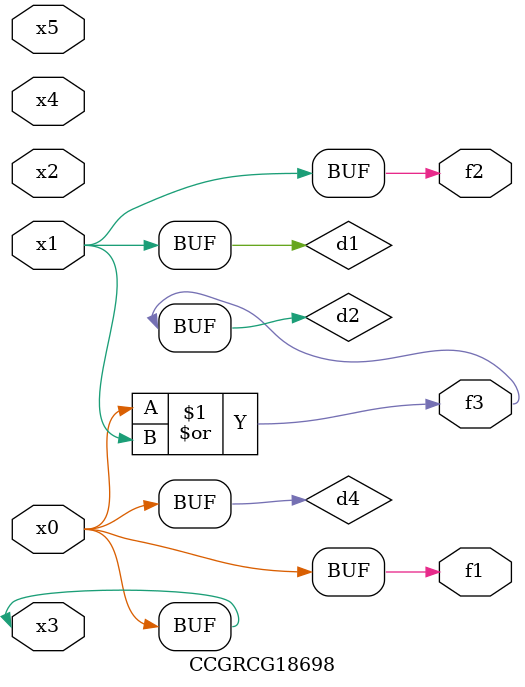
<source format=v>
module CCGRCG18698(
	input x0, x1, x2, x3, x4, x5,
	output f1, f2, f3
);

	wire d1, d2, d3, d4;

	and (d1, x1);
	or (d2, x0, x1);
	nand (d3, x0, x5);
	buf (d4, x0, x3);
	assign f1 = d4;
	assign f2 = d1;
	assign f3 = d2;
endmodule

</source>
